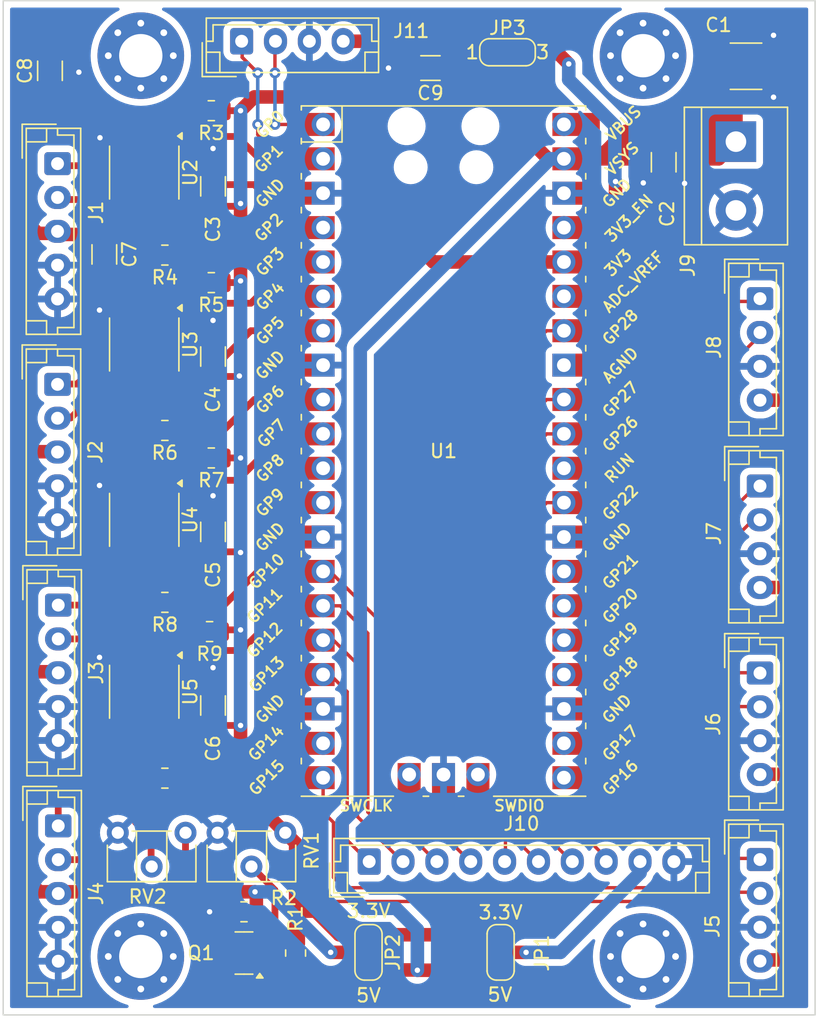
<source format=kicad_pcb>
(kicad_pcb (version 20240108) (generator "pcbnew") (generator_version "8.0")
  (title_block (date "2024-07-17") (rev "2.0") (comment 4 "AISLER Project ID: QESNFZWW"))
  (layers (0 "F.Cu" signal) (31 "B.Cu" signal) (34 "B.Paste" user) (35 "F.Paste" user) (36 "B.SilkS" user "B.Silkscreen") (37 "F.SilkS" user "F.Silkscreen") (38 "B.Mask" user) (39 "F.Mask" user) (44 "Edge.Cuts" user))
  (net 0 "")
  (net 1 "GND")
  (net 2 "Net-(J9-VCC)")
  (net 3 "Net-(J1-CLK)")
  (net 4 "Net-(Q1-C)")
  (net 5 "Net-(Q1-B)")
  (net 6 "Net-(U1-GPIO2)")
  (net 7 "Net-(U1-GPIO3)")
  (net 8 "Net-(U1-GPIO4)")
  (net 9 "Net-(U1-GPIO5)")
  (net 10 "Net-(U1-GPIO6)")
  (net 11 "Net-(U1-GPIO7)")
  (net 12 "Net-(U2A--)")
  (net 13 "Net-(J1-SDA)")
  (net 21 "Net-(U1-GPIO8)")
  (net 22 "Net-(U1-GPIO9)")
  (net 23 "Net-(J2-CLK)")
  (net 24 "Net-(J2-SDA)")
  (net 25 "Net-(J3-CLK)")
  (net 26 "Net-(J3-SDA)")
  (net 27 "Net-(J4-CLK)")
  (net 28 "Net-(J4-SDA)")
  (net 29 "Net-(J5-CLK)")
  (net 30 "Net-(J5-DIO)")
  (net 31 "Net-(J6-CLK)")
  (net 32 "Net-(J6-DIO)")
  (net 33 "Net-(J7-CLK)")
  (net 34 "Net-(J7-DIO)")
  (net 35 "Net-(J8-CLK)")
  (net 36 "Net-(J8-DIO)")
  (net 37 "Net-(J11-VCC)")
  (net 38 "Net-(J1-VSS)")
  (net 39 "Net-(J10-GPIO11)")
  (net 40 "Net-(J10-GPIO26)")
  (net 41 "Net-(J10-GPIO28)")
  (net 42 "Net-(J10-GPIO27)")
  (net 43 "Net-(J10-GPIO12)")
  (net 44 "Net-(J10-GPIO10)")
  (net 45 "Net-(J10-GPIO22)")
  (net 46 "Net-(J10-GPIO13)")
  (net 47 "Net-(J10-VSS)")
  (net 48 "Net-(J11-RX)")
  (net 49 "Net-(J11-TX)")
  (net 50 "Net-(JP1-A)")
  (footprint "Resistor_SMD:R_0805_2012Metric" (layer "F.Cu") (at 113.538 93.345 180)
    (property "Reference" "R6")
    (property "Value" "12k")
  )
  (footprint "Connector_JST:JST_EH_B5B-EH-A_1x05_P2.50mm_Vertical" (layer "F.Cu") (at 105.6132 73.6346 -90)
    (property "Reference" "J1")
    (property "Value" "Sensor1")
  )
  (footprint "Capacitor_SMD:C_1206_3216Metric" (layer "F.Cu") (at 117.094 113.665 90)
    (property "Reference" "C6")
    (property "Value" "100n")
  )
  (footprint "Connector_JST:JST_EH_B4B-EH-A_1x04_P2.50mm_Vertical" (layer "F.Cu") (at 157.48 83.6098 -90)
    (property "Reference" "J8")
    (property "Value" "Disp4")
  )
  (footprint "Resistor_SMD:R_0805_2012Metric" (layer "F.Cu") (at 116.967 69.723 180)
    (property "Reference" "R3")
    (property "Value" "12k")
  )
  (footprint "Connector_JST:JST_EH_B4B-EH-A_1x04_P2.50mm_Vertical" (layer "F.Cu") (at 157.48 125.0442 -90)
    (property "Reference" "J5")
    (property "Value" "Disp1")
  )
  (footprint "Resistor_SMD:R_0805_2012Metric" (layer "F.Cu") (at 116.967 95.377 180)
    (property "Reference" "R7")
    (property "Value" "12k")
  )
  (footprint "Capacitor_SMD:C_1206_3216Metric_Pad1.33x1.80mm_HandSolder" (layer "F.Cu") (at 133.1468 66.5734 180)
    (property "Reference" "C9")
    (property "Value" "10u" (hide yes))
  )
  (footprint "Jumper:SolderJumper-3_P1.3mm_Open_RoundedPad1.0x1.5mm_NumberLabels" (layer "F.Cu") (at 138.8364 65.405)
    (property "Reference" "JP3")
    (property "Value" "Port Power")
  )
  (footprint "Capacitor_SMD:C_1206_3216Metric" (layer "F.Cu") (at 117.094 100.838 90)
    (property "Reference" "C5")
    (property "Value" "100n")
  )
  (footprint "Connector_JST:JST_EH_B4B-EH-A_1x04_P2.50mm_Vertical" (layer "F.Cu") (at 157.48 97.449 -90)
    (property "Reference" "J7")
    (property "Value" "Disp3")
  )
  (footprint "Package_TO_SOT_SMD:SOT-23" (layer "F.Cu") (at 119.38 131.953 180)
    (property "Reference" "Q1")
    (property "Value" "BC847")
  )
  (footprint "Resistor_SMD:R_0805_2012Metric" (layer "F.Cu") (at 113.538 106.045 180)
    (property "Reference" "R8")
    (property "Value" "12k")
  )
  (footprint "Capacitor_SMD:C_1812_4532Metric" (layer "F.Cu") (at 156.446 66.439)
    (property "Reference" "C1")
    (property "Value" "22u")
  )
  (footprint "Resistor_SMD:R_0805_2012Metric" (layer "F.Cu") (at 113.538 119.034 180)
    (property "Reference" "R10" (hide yes))
    (property "Value" "12k")
  )
  (footprint "MountingHole:MountingHole_3.2mm_M3_Pad_Via" (layer "F.Cu") (at 148.844 65.659)
    (property "Reference" "REF**" (hide yes))
    (property "Value" "MountingHole_3.2mm_M3_Pad_Via" (hide yes))
  )
  (footprint "Connector_JST:JST_EH_B5B-EH-A_1x05_P2.50mm_Vertical" (layer "F.Cu") (at 105.6132 89.9414 -90)
    (property "Reference" "J2")
    (property "Value" "Sensor2")
  )
  (footprint "Package_SO:SO-8_3.9x4.9mm_P1.27mm" (layer "F.Cu") (at 112.014 99.949 -90)
    (property "Reference" "U4")
    (property "Value" "LM393")
  )
  (footprint "Resistor_SMD:R_0805_2012Metric" (layer "F.Cu") (at 116.84 108.204 180)
    (property "Reference" "R9")
    (property "Value" "12k")
  )
  (footprint "Potentiometer_THT:Potentiometer_ACP_CA6-H2,5_Horizontal" (layer "F.Cu") (at 115.062 123.063 -90)
    (property "Reference" "RV2")
    (property "Value" "10k")
  )
  (footprint "Resistor_SMD:R_0805_2012Metric" (layer "F.Cu") (at 113.538 80.391 180)
    (property "Reference" "R4")
    (property "Value" "12k")
  )
  (footprint "Connector_JST:JST_EH_B4B-EH-A_1x04_P2.50mm_Vertical" (layer "F.Cu") (at 119.206 64.5922)
    (property "Reference" "J11")
    (property "Value" "Ser 1")
  )
  (footprint "Jumper:SolderJumper-3_P1.3mm_Open_RoundedPad1.0x1.5mm_NumberLabels" (layer "F.Cu") (at 128.5748 131.9022 -90)
    (property "Reference" "JP2")
    (property "Value" "Sensor Power")
  )
  (footprint "Capacitor_SMD:C_1206_3216Metric" (layer "F.Cu") (at 150.368 73.533 -90)
    (property "Reference" "C2")
    (property "Value" "100n")
  )
  (footprint "Package_SO:SO-8_3.9x4.9mm_P1.27mm" (layer "F.Cu") (at 112.014 112.649 -90)
    (property "Reference" "U5")
    (property "Value" "LM393")
  )
  (footprint "TerminalBlock:TerminalBlock_bornier-2_P5.08mm" (layer "F.Cu") (at 155.702 72.009 -90)
    (property "Reference" "J9")
    (property "Value" "Power 5V")
  )
  (footprint "Capacitor_SMD:C_1206_3216Metric" (layer "F.Cu") (at 109.0676 80.3402 -90)
    (property "Reference" "C7")
    (property "Value" "100n" (hide yes))
  )
  (footprint "Package_SO:SO-8_3.9x4.9mm_P1.27mm" (layer "F.Cu") (at 112.014 74.295 -90)
    (property "Reference" "U2")
    (property "Value" "LM393")
  )
  (footprint "MountingHole:MountingHole_3.2mm_M3_Pad_Via" (layer "F.Cu") (at 111.76 132.207)
    (property "Reference" "REF**" (hide yes))
    (property "Value" "MountingHole_3.2mm_M3_Pad_Via" (hide yes))
  )
  (footprint "Resistor_SMD:R_0805_2012Metric" (layer "F.Cu") (at 116.967 82.423 180)
    (property "Reference" "R5")
    (property "Value" "12k")
  )
  (footprint "Connector_JST:JST_EH_B5B-EH-A_1x05_P2.50mm_Vertical" (layer "F.Cu") (at 105.664 106.2482 -90)
    (property "Reference" "J3")
    (property "Value" "Sensor3")
  )
  (footprint "Capacitor_SMD:C_1206_3216Metric" (layer "F.Cu") (at 117.094 75.311 90)
    (property "Reference" "C3")
    (property "Value" "100n")
  )
  (footprint "Resistor_SMD:R_0805_2012Metric" (layer "F.Cu") (at 123.19 131.953 90)
    (property "Reference" "R1")
    (property "Value" "100")
  )
  (footprint "Connector_JST:JST_EH_B5B-EH-A_1x05_P2.50mm_Vertical" (layer "F.Cu") (at 105.664 122.555 -90)
    (property "Reference" "J4")
    (property "Value" "Sensor4")
  )
  (footprint "Potentiometer_THT:Potentiometer_ACP_CA6-H2,5_Horizontal" (layer "F.Cu") (at 122.428 123.063 -90)
    (property "Reference" "RV1")
    (property "Value" "10k")
  )
  (footprint "Capacitor_SMD:C_1206_3216Metric_Pad1.33x1.80mm_HandSolder" (layer "F.Cu") (at 105.0544 66.7766 90)
    (property "Reference" "C8")
    (property "Value" "10u")
  )
  (footprint "Package_SO:SO-8_3.9x4.9mm_P1.27mm" (layer "F.Cu") (at 112.014 86.995 -90)
    (property "Reference" "U3")
    (property "Value" "LM393")
  )
  (footprint "MountingHole:MountingHole_3.2mm_M3_Pad_Via" (layer "F.Cu") (at 111.76 65.659)
    (property "Reference" "REF**" (hide yes))
    (property "Value" "MountingHole_3.2mm_M3_Pad_Via" (hide yes))
  )
  (footprint "Connector_JST:JST_EH_B4B-EH-A_1x04_P2.50mm_Vertical" (layer "F.Cu") (at 157.48 111.2666 -90)
    (property "Reference" "J6")
    (property "Value" "Disp2")
  )
  (footprint "MountingHole:MountingHole_3.2mm_M3_Pad_Via" (layer "F.Cu") (at 148.844 132.207)
    (property "Reference" "REF**" (hide yes))
    (property "Value" "MountingHole_3.2mm_M3_Pad_Via" (hide yes))
  )
  (footprint "Capacitor_SMD:C_1206_3216Metric" (layer "F.Cu") (at 117.094 87.884 90)
    (property "Reference" "C4")
    (property "Value" "100n")
  )
  (footprint "Connector_JST:JST_EH_B10B-EH-A_1x10_P2.50mm_Vertical" (layer "F.Cu") (at 128.6224 125.1966)
    (property "Reference" "J10")
    (property "Value" "I/O")
  )
  (footprint "Jumper:SolderJumper-3_P1.3mm_Open_RoundedPad1.0x1.5mm_NumberLabels" (layer "F.Cu") (at 138.3284 131.9022 -90)
    (property "Reference" "JP1")
    (property "Value" "I/O Power")
  )
  (footprint "Raspberry_Pico:RPi_Pico_SMD_TH" (layer "F.Cu") (at 134.112 94.869)
    (property "Reference" "U1")
    (property "Value" "RB Pico")
  )
  (footprint "Resistor_SMD:R_0805_2012Metric" (layer "F.Cu") (at 119.38 128.905 180)
    (property "Reference" "R2")
    (property "Value" "10k")
  )
  (gr_rect (start 101.6 61.595) (end 161.544 136.525) (stroke (width 0.1)) (fill none) (layer "Edge.Cuts"))
  (segment (start 158.496 68.707) (end 158.478 68.725) (width 0.5) (layer "F.Cu") (net 1))
  (segment (start 108.747 110.074) (end 108.712 110.109) (width 0.5) (layer "F.Cu") (net 1))
  (segment (start 158.478 66.421) (end 158.496 66.439) (width 0.5) (layer "F.Cu") (net 1))
  (segment (start 151.873625 75.057) (end 151.910375 75.09375) (width 0.5) (layer "F.Cu") (net 1))
  (segment (start 118.4675 128.905) (end 116.84 128.905) (width 0.5) (layer "F.Cu") (net 1))
  (segment (start 108.747 97.374) (end 108.712 97.409) (width 0.5) (layer "F.Cu") (net 1))
  (segment (start 117.094 112.19) (end 117.094 110.871) (width 0.5) (layer "F.Cu") (net 1))
  (segment (start 117.094 86.409) (end 117.094 85.217) (width 0.5) (layer "F.Cu") (net 1))
  (segment (start 158.496 66.439) (end 158.496 68.707) (width 0.5) (layer "F.Cu") (net 1))
  (segment (start 110.109 84.42) (end 108.747 84.42) (width 0.5) (layer "F.Cu") (net 1))
  (segment (start 117.094 99.363) (end 117.094 98.171) (width 0.5) (layer "F.Cu") (net 1))
  (segment (start 158.478 64.153) (end 158.478 66.421) (width 0.5) (layer "F.Cu") (net 1))
  (segment (start 106.4383 65.2141) (end 105.0544 65.2141) (width 1) (layer "F.Cu") (net 1))
  (segment (start 107.188 65.9638) (end 106.4383 65.2141) (width 1) (layer "F.Cu") (net 1))
  (segment (start 109.0676 81.8152) (end 109.0676 84.0994) (width 1) (layer "F.Cu") (net 1))
  (segment (start 150.386375 75.057) (end 148.862375 75.057) (width 0.5) (layer "F.Cu") (net 1))
  (segment (start 107.188 66.8782) (end 107.188 65.9638) (width 1) (layer "F.Cu") (net 1))
  (segment (start 110.109 97.374) (end 108.747 97.374) (width 0.5) (layer "F.Cu") (net 1))
  (segment (start 150.386375 75.057) (end 151.873625 75.057) (width 0.5) (layer "F.Cu") (net 1))
  (segment (start 117.094 73.836) (end 117.094 72.517) (width 0.5) (layer "F.Cu") (net 1))
  (segment (start 109.0676 84.0994) (end 108.712 84.455) (width 1) (layer "F.Cu") (net 1))
  (segment (start 108.747 71.72) (end 110.109 71.72) (width 0.5) (layer "F.Cu") (net 1))
  (segment (start 108.747 84.42) (end 108.712 84.455) (width 0.5) (layer "F.Cu") (net 1))
  (segment (start 131.5843 66.5734) (end 130.048 66.5734) (width 1) (layer "F.Cu") (net 1))
  (segment (start 110.109 110.074) (end 108.747 110.074) (width 0.5) (layer "F.Cu") (net 1))
  (via (at 117.094 72.517) (size 0.8) (drill 0.4) (layers "F.Cu" "B.Cu") (net 1))
  (via (at 158.478 68.725) (size 0.8) (drill 0.4) (layers "F.Cu" "B.Cu") (net 1))
  (via (at 158.478 64.153) (size 0.8) (drill 0.4) (layers "F.Cu" "B.Cu") (net 1))
  (via (at 107.188 66.8782) (size 0.8) (drill 0.4) (layers "F.Cu" "B.Cu") (net 1))
  (via (at 117.094 110.871) (size 0.8) (drill 0.4) (layers "F.Cu" "B.Cu") (net 1))
  (via (at 117.094 98.171) (size 0.8) (drill 0.4) (layers "F.Cu" "B.Cu") (net 1))
  (via (at 116.84 128.905) (size 0.8) (drill 0.4) (layers "F.Cu" "B.Cu") (net 1))
  (via (at 148.862375 75.057) (size 0.8) (drill 0.4) (layers "F.Cu" "B.Cu") (net 1))
  (via (at 108.747 71.72) (size 0.8) (drill 0.4) (layers "F.Cu" "B.Cu") (net 1))
  (via (at 151.910375 75.09375) (size 0.8) (drill 0.4) (layers "F.Cu" "B.Cu") (net 1))
  (via (at 130.048 66.5734) (size 0.8) (drill 0.4) (layers "F.Cu" "B.Cu") (net 1))
  (via (at 117.094 85.217) (size 0.8) (drill 0.4) (layers "F.Cu" "B.Cu") (net 1))
  (via (at 108.712 97.409) (size 0.8) (drill 0.4) (layers "F.Cu" "B.Cu") (net 1))
  (via (at 108.712 84.455) (size 0.8) (drill 0.4) (layers "F.Cu" "B.Cu") (net 1))
  (via (at 108.712 110.109) (size 0.8) (drill 0.4) (layers "F.Cu" "B.Cu") (net 1))
  (segment (start 155.702 68.453) (end 152.908 71.247) (width 1) (layer "F.Cu") (net 2))
  (segment (start 155.702 68.453) (end 155.702 67.745) (width 1) (layer "F.Cu") (net 2))
  (segment (start 155.702 67.745) (end 155.167 67.21) (width 1) (layer "F.Cu") (net 2))
  (segment (start 155.702 69.723) (end 155.702 68.453) (width 1) (layer "F.Cu") (net 2))
  (segment (start 138.3076 133.223) (end 138.3284 133.2022) (width 1) (layer "F.Cu") (net 2))
  (segment (start 147.574 71.247) (end 146.763 72.058) (width 1) (layer "F.Cu") (net 2))
  (segment (start 155.067 72.644) (end 155.702 72.009) (width 1) (layer "F.Cu") (net 2))
  (segment (start 155.167 67.972) (end 151.892 71.247) (width 1) (layer "F.Cu") (net 2))
  (segment (start 155.194 72.009) (end 154.432 71.247) (width 1) (layer "F.Cu") (net 2))
  (segment (start 155.702 72.009) (end 150.417 72.009) (width 1) (layer "F.Cu") (net 2))
  (segment (start 143.002 73.279) (end 145.542 73.279) (width 1) (layer "F.Cu") (net 2))
  (segment (start 146.763 72.058) (end 146.558 72.263) (width 1) (layer "F.Cu") (net 2))
  (segment (start 128.5748 133.2022) (end 132.1608 133.2022) (width 1) (layer "F.Cu") (net 2))
  (segment (start 155.702 69.723) (end 155.448 69.723) (width 1) (layer "F.Cu") (net 2))
  (segment (start 132.1608 133.2022) (end 132.1816 133.223) (width 1) (layer "F.Cu") (net 2))
  (segment (start 154.432 73.279) (end 155.702 72.009) (width 1) (layer "F.Cu") (net 2))
  (segment (start 143.002 73.279) (end 141.8336 73.279) (width 1) (layer "F.Cu") (net 2))
  (segment (start 152.908 71.247) (end 151.892 71.247) (width 1) (layer "F.Cu") (net 2))
  (segment (start 141.8336 73.279) (end 140.1064 71.5518) (width 1) (layer "F.Cu") (net 2))
  (segment (start 150.368 72.058) (end 150.368 72.009) (width 1) (layer "F.Cu") (net 2))
  (segment (start 155.448 69.723) (end 153.924 71.247) (width 1) (layer "F.Cu") (net 2))
  (segment (start 155.702 72.009) (end 155.702 69.723) (width 1) (layer "F.Cu") (net 2))
  (segment (start 140.1364 71.5218) (end 140.1364 65.405) (width 1) (layer "F.Cu") (net 2))
  (segment (start 150.368 72.058) (end 146.763 72.058) (width 1) (layer "F.Cu") (net 2))
  (segment (start 155.167 67.21) (end 154.396 66.439) (width 1) (layer "F.Cu") (net 2))
  (segment (start 151.892 71.247) (end 150.622 71.247) (width 1) (layer "F.Cu") (net 2))
  (segment (start 146.177 72.644) (end 146.558 72.263) (width 1) (layer "F.Cu") (net 2))
  (segment (start 146.177 72.644) (end 155.067 72.644) (width 1) (layer "F.Cu") (net 2))
  (segment (start 155.167 67.21) (end 155.167 67.972) (width 1) (layer "F.Cu") (net 2))
  (segment (start 154.396 67.473) (end 150.622 71.247) (width 1) (layer "F.Cu") (net 2))
  (segment (start 140.1064 71.5518) (end 140.1364 71.5218) (width 1) (layer "F.Cu") (net 2))
  (segment (start 145.542 73.279) (end 146.177 72.644) (width 1) (layer "F.Cu") (net 2))
  (segment (start 154.432 71.247) (end 153.924 71.247) (width 1) (layer "F.Cu") (net 2))
  (segment (start 150.622 71.247) (end 148.082 71.247) (width 1) (layer "F.Cu") (net 2))
  (segment (start 132.1816 133.223) (end 138.3076 133.223) (width 1) (layer "F.Cu") (net 2))
  (segment (start 155.702 72.009) (end 155.194 72.009) (width 1) (layer "F.Cu") (net 2))
  (segment (start 148.082 71.247) (end 147.574 71.247) (width 1) (layer "F.Cu") (net 2))
  (segment (start 154.396 66.439) (end 154.396 67.473) (width 1) (layer "F.Cu") (net 2))
  (segment (start 153.924 71.247) (end 152.908 71.247) (width 1) (layer "F.Cu") (net 2))
  (segment (start 150.417 72.009) (end 150.368 72.058) (width 1) (layer "F.Cu") (net 2))
  (segment (start 143.002 73.279) (end 154.432 73.279) (width 1) (layer "F.Cu") (net 2))
  (via (at 132.1816 133.223) (size 0.8) (drill 0.4) (layers "F.Cu" "B.Cu") (net 2))
  (segment (start 127.9652 120.9294) (end 127.9652 87.2998) (width 1) (layer "B.Cu") (net 2))
  (segment (start 126.619 127.0508) (end 126.619 122.2756) (width 1) (layer "B.Cu") (net 2))
  (segment (start 126.619 122.2756) (end 127.9652 120.9294) (width 1) (layer "B.Cu") (net 2))
  (segment (start 141.986 73.279) (end 143.002 73.279) (width 1) (layer "B.Cu") (net 2))
  (segment (start 127.9652 87.2998) (end 141.986 73.279) (width 1) (layer "B.Cu") (net 2))
  (segment (start 128.2192 128.651) (end 126.619 127.0508) (width 1) (layer "B.Cu") (net 2))
  (segment (start 128.2192 128.651) (end 130.6068 128.651) (width 1) (layer "B.Cu") (net 2))
  (segment (start 130.6068 128.651) (end 132.1816 130.2258) (width 1) (layer "B.Cu") (net 2))
  (segment (start 132.1816 130.2258) (end 132.1816 133.223) (width 1) (layer "B.Cu") (net 2))
  (segment (start 111.379 73.152) (end 111.379 71.72) (width 0.5) (layer "F.Cu") (net 3))
  (segment (start 110.744 73.787) (end 111.379 73.152) (width 0.5) (layer "F.Cu") (net 3))
  (segment (start 105.664 73.787) (end 110.744 73.787) (width 0.5) (layer "F.Cu") (net 3))
  (segment (start 123.19 132.8655) (end 123.19 133.223) (width 0.5) (layer "F.Cu") (net 4))
  (segment (start 123.19 133.223) (end 122.428 133.985) (width 0.5) (layer "F.Cu") (net 4))
  (segment (start 122.428 133.985) (end 119.38 133.985) (width 0.5) (layer "F.Cu") (net 4))
  (segment (start 119.38 133.985) (end 118.4425 133.0475) (width 0.5) (layer "F.Cu") (net 4))
  (segment (start 118.4425 133.0475) (end 118.4425 131.953) (width 0.5) (layer "F.Cu") (net 4))
  (segment (start 121.666 127.889) (end 121.666 127.301) (width 0.5) (layer "F.Cu") (net 5))
  (segment (start 121.666 127.301) (end 119.928 125.563) (width 0.5) (layer "F.Cu") (net 5))
  (segment (start 121.666 127.889) (end 121.666 132.207) (width 0.5) (layer "F.Cu") (net 5))
  (segment (start 121.666 132.207) (end 120.97 132.903) (width 0.5) (layer "F.Cu") (net 5))
  (segment (start 120.97 132.903) (end 120.3175 132.903) (width 0.5) (layer "F.Cu") (net 5))
  (segment (start 115.535 70.104) (end 116.332 70.104) (width 0.5) (layer "F.Cu") (net 6))
  (segment (start 117.602 71.628) (end 116.0545 70.0805) (width 0.5) (layer "F.Cu") (net 6))
  (segment (start 121.666 77.47) (end 121.666 74.422) (width 0.5) (layer "F.Cu") (net 6))
  (segment (start 122.555 78.359) (end 121.666 77.47) (width 0.5) (layer "F.Cu") (net 6))
  (segment (start 113.919 71.72) (end 115.535 70.104) (width 0.5) (layer "F.Cu") (net 6))
  (segment (start 116.0545 70.0805) (end 116.0545 69.723) (width 0.5) (layer "F.Cu") (net 6))
  (segment (start 118.872 71.628) (end 117.602 71.628) (width 0.5) (layer "F.Cu") (net 6))
  (segment (start 121.666 74.422) (end 118.872 71.628) (width 0.5) (layer "F.Cu") (net 6))
  (segment (start 125.222 78.359) (end 122.555 78.359) (width 0.5) (layer "F.Cu") (net 6))
  (segment (start 112.649 80.3675) (end 112.6255 80.391) (width 0.5) (layer "F.Cu") (net 7))
  (segment (start 120.142 75.184) (end 120.65 75.692) (width 0.5) (layer "F.Cu") (net 7))
  (segment (start 112.649 75.692) (end 113.157 75.184) (width 0.5) (layer "F.Cu") (net 7))
  (segment (start 113.157 75.184) (end 120.142 75.184) (width 0.5) (layer "F.Cu") (net 7))
  (segment (start 120.65 79.248) (end 122.301 80.899) (width 0.5) (layer "F.Cu") (net 7))
  (segment (start 112.649 76.87) (end 112.649 75.692) (width 0.5) (layer "F.Cu") (net 7))
  (segment (start 112.649 76.87) (end 112.649 80.3675) (width 0.5) (layer "F.Cu") (net 7))
  (segment (start 122.301 80.899) (end 125.222 80.899) (width 0.5) (layer "F.Cu") (net 7))
  (segment (start 120.65 75.692) (end 120.65 79.248) (width 0.5) (layer "F.Cu") (net 7))
  (segment (start 116.0545 82.423) (end 115.916 82.423) (width 0.5) (layer "F.Cu") (net 8))
  (segment (start 119.888 83.947) (end 120.396 83.439) (width 0.5) (layer "F.Cu") (net 8))
  (segment (start 115.916 82.423) (end 113.919 84.42) (width 0.5) (layer "F.Cu") (net 8))
  (segment (start 120.396 83.439) (end 125.222 83.439) (width 0.5) (layer "F.Cu") (net 8))
  (segment (start 116.0545 82.423) (end 116.0545 82.9075) (width 0.5) (layer "F.Cu") (net 8))
  (segment (start 117.094 83.947) (end 119.888 83.947) (width 0.5) (layer "F.Cu") (net 8))
  (segment (start 116.0545 82.9075) (end 117.094 83.947) (width 0.5) (layer "F.Cu") (net 8))
  (segment (start 112.649 93.3215) (end 112.6255 93.345) (width 0.5) (layer "F.Cu") (net 9))
  (segment (start 113.157 87.884) (end 112.649 88.392) (width 0.5) (layer "F.Cu") (net 9))
  (segment (start 112.649 89.57) (end 112.649 93.3215) (width 0.5) (layer "F.Cu") (net 9))
  (segment (start 117.983 87.884) (end 113.157 87.884) (width 0.5) (layer "F.Cu") (net 9))
  (segment (start 119.888 85.979) (end 117.983 87.884) (width 0.5) (layer "F.Cu") (net 9))
  (segment (start 119.888 85.979) (end 125.222 85.979) (width 0.5) (layer "F.Cu") (net 9))
  (segment (start 112.649 88.392) (end 112.649 89.57) (width 0.5) (layer "F.Cu") (net 9))
  (segment (start 116.0545 95.377) (end 116.0545 95.1465) (width 0.5) (layer "F.Cu") (net 10))
  (segment (start 116.0545 95.1465) (end 120.142 91.059) (width 0.5) (layer "F.Cu") (net 10))
  (segment (start 120.142 91.059) (end 125.222 91.059) (width 0.5) (layer "F.Cu") (net 10))
  (segment (start 116.0545 95.377) (end 115.916 95.377) (width 0.5) (layer "F.Cu") (net 10))
  (segment (start 115.916 95.377) (end 113.919 97.374) (width 0.5) (layer "F.Cu") (net 10))
  (segment (start 118.9228 97.0026) (end 122.3264 93.599) (width 0.5) (layer "F.Cu") (net 11))
  (segment (start 112.649 100.838) (end 112.649 102.524) (width 0.5) (layer "F.Cu") (net 11))
  (segment (start 112.649 102.524) (end 112.649 106.0215) (width 0.5) (layer "F.Cu") (net 11))
  (segment (start 112.649 106.0215) (end 112.6255 106.045) (width 0.5) (layer "F.Cu") (net 11))
  (segment (start 122.3264 93.599) (end 125.222 93.599) (width 0.5) (layer "F.Cu") (net 11))
  (segment (start 118.9228 97.028) (end 118.9228 97.0026) (width 0.5) (layer "F.Cu") (net 11))
  (segment (start 118.9228 97.028) (end 116.459 97.028) (width 0.5) (layer "F.Cu") (net 11))
  (segment (start 116.459 97.028) (end 112.649 100.838) (width 0.5) (layer "F.Cu") (net 11))
  (segment (start 111.379 115.224) (end 111.379 113.03) (width 0.5) (layer "F.Cu") (net 12))
  (segment (start 111.379 102.524) (end 111.379 100.33) (width 0.5) (layer "F.Cu") (net 12))
  (segment (start 111.379 87.376) (end 112.649 86.106) (width 0.5) (layer "F.Cu") (net 12))
  (segment (start 111.379 89.57) (end 111.379 94.996) (width 0.5) (layer "F.Cu") (net 12))
  (segment (start 111.379 89.57) (end 111.379 87.376) (width 0.5) (layer "F.Cu") (net 12))
  (segment (start 111.379 107.696) (end 112.649 108.966) (width 0.5) (layer "F.Cu") (net 12))
  (segment (start 112.649 97.374) (end 112.649 96.266) (width 0.5) (layer "F.Cu") (net 12))
  (segment (start 112.649 108.966) (end 112.649 110.074) (width 0.5) (layer "F.Cu") (net 12))
  (segment (start 111.379 76.87) (end 111.379 82.042) (width 0.5) (layer "F.Cu") (net 12))
  (segment (start 111.379 82.042) (end 112.649 83.312) (width 0.5) (layer "F.Cu") (net 12))
  (segment (start 111.379 115.224) (end 111.379 122.301) (width 0.5) (layer "F.Cu") (net 12))
  (segment (start 112.522 125.563) (end 112.522 123.444) (width 0.5) (layer "F.Cu") (net 12))
  (segment (start 112.649 83.312) (end 112.649 84.42) (width 0.5) (layer "F.Cu") (net 12))
  (segment (start 112.649 73.152) (end 112.649 71.72) (width 0.5) (layer "F.Cu") (net 12))
  (segment (start 112.649 111.76) (end 112.649 110.074) (width 0.5) (layer "F.Cu") (net 12))
  (segment (start 111.379 100.33) (end 112.649 99.06) (width 0.5) (layer "F.Cu") (net 12))
  (segment (start 112.522 123.444) (end 111.379 122.301) (width 0.5) (layer "F.Cu") (net 12))
  (segment (start 111.379 74.422) (end 112.649 73.152) (width 0.5) (layer "F.Cu") (net 12))
  (segment (start 111.379 76.87) (end 111.379 74.422) (width 0.5) (layer "F.Cu") (net 12))
  (segment (start 112.649 99.06) (end 112.649 97.374) (width 0.5) (layer "F.Cu") (net 12))
  (segment (start 112.649 86.106) (end 112.649 84.42) (width 0.5) (layer "F.Cu") (net 12))
  (segment (start 112.649 96.266) (end 111.379 94.996) (width 0.5) (layer "F.Cu") (net 12))
  (segment (start 111.379 113.03) (end 112.649 111.76) (width 0.5) (layer "F.Cu") (net 12))
  (segment (start 111.379 102.524) (end 111.379 107.696) (width 0.5) (layer "F.Cu") (net 12))
  (segment (start 109.526 76.287) (end 110.109 76.87) (width 0.5) (layer "F.Cu") (net 13))
  (segment (start 105.664 76.287) (end 109.526 76.287) (width 0.5) (layer "F.Cu") (net 13))
  (segment (start 114.0575 110.074) (end 115.9275 108.204) (width 0.5) (layer "F.Cu") (net 21))
  (segment (start 122.301 96.139) (end 120.396 98.044) (width 0.5) (layer "F.Cu") (net 21))
  (segment (start 120.396 98.044) (end 120.396 103.759) (width 0.5) (layer "F.Cu") (net 21))
  (segment (start 125.222 96.139) (end 122.301 96.139) (width 0.5) (layer "F.Cu") (net 21))
  (segment (start 120.396 103.759) (end 115.951 108.204) (width 0.5) (layer "F.Cu") (net 21))
  (segment (start 115.951 108.204) (end 115.9275 108.204) (width 0.5) (layer "F.Cu") (net 21))
  (segment (start 113.919 110.074) (end 114.0575 110.074) (width 0.5) (layer "F.Cu") (net 21))
  (segment (start 112.649 113.538) (end 112.649 115.224) (width 0.5) (layer "F.Cu") (net 22))
  (segment (start 121.412 99.5934) (end 121.412 107.3658) (width 0.5) (layer "F.Cu") (net 22))
  (segment (start 112.649 115.224) (end 112.649 119.0105) (width 0.5) (layer "F.Cu") (net 22))
  (segment (start 122.3264 98.679) (end 121.412 99.5934) (width 0.5) (layer "F.Cu") (net 22))
  (segment (start 119.1768 109.601) (end 121.412 107.3658) (width 0.5) (layer "F.Cu") (net 22))
  (segment (start 112.649 119.0105) (end 112.6255 119.034) (width 0.5) (layer "F.Cu") (net 22))
  (segment (start 125.222 98.679) (end 122.3264 98.679) (width 0.5) (layer "F.Cu") (net 22))
  (segment (start 116.586 109.601) (end 112.649 113.538) (width 0.5) (layer "F.Cu") (net 22))
  (segment (start 119.1768 109.601) (end 116.586 109.601) (width 0.5) (layer "F.Cu") (net 22))
  (segment (start 111.379 85.598) (end 107.061 89.916) (width 0.5) (layer "F.Cu") (net 23))
  (segment (start 107.061 89.916) (end 105.664 89.916) (width 0.5) (layer "F.Cu") (net 23))
  (segment (start 111.379 84.42) (end 111.379 85.598) (width 0.5) (layer "F.Cu") (net 23))
  (segment (start 106.593 92.416) (end 105.664 92.416) (width 0.5) (layer "F.Cu") (net 24))
  (segment (start 109.439 89.57) (end 106.593 92.416) (width 0.5) (layer "F.Cu") (net 24))
  (segment (start 110.109 89.57) (end 109.439 89.57) (width 0.5) (layer "F.Cu") (net 24))
  (segment (start 111.379 98.806) (end 108.4072 101.7778) (width 0.5) (layer "F.Cu") (net 25))
  (segment (start 105.664 106.2482) (end 107.6452 106.2482) (width 0.5) (layer "F.Cu") (net 25))
  (segment (start 107.6452 106.2482) (end 108.4072 105.4862) (width 0.5) (layer "F.Cu") (net 25))
  (segment (start 108.4072 105.4862) (end 108.4072 101.7778) (width 0.5) (layer "F.Cu") (net 25))
  (segment (start 111.379 97.374) (end 111.379 98.806) (width 0.5) (layer "F.Cu") (net 25))
  (segment (start 110.109 105.9688) (end 110.109 102.524) (width 0.5) (layer "F.Cu") (net 26))
  (segment (start 107.3296 108.7482) (end 110.109 105.9688) (width 0.5) (layer "F.Cu") (net 26))
  (segment (start 105.664 108.7482) (end 107.3296 108.7482) (width 0.5) (layer "F.Cu") (net 26))
  (segment (start 108.458 117.1702) (end 105.664 119.9642) (width 0.5) (layer "F.Cu") (net 27))
  (segment (start 111.379 111.506) (end 108.585 114.3) (width 0.5) (layer "F.Cu") (net 27))
  (segment (start 108.585 114.3) (end 108.458 114.3) (width 0.5) (layer "F.Cu") (net 27))
  (segment (start 105.664 119.9642) (end 105.664 122.428) (width 0.5) (layer "F.Cu") (net 27))
  (segment (start 111.379 110.074) (end 111.379 111.506) (width 0.5) (layer "F.Cu") (net 27))
  (segment (start 108.458 114.3) (end 108.458 117.1702) (width 0.5) (layer "F.Cu") (net 27))
  (segment (start 110.109 117.1194) (end 110.109 115.224) (width 0.5) (layer "F.Cu") (net 28))
  (segment (start 108.0008 124.2822) (end 108.4199 123.8631) (width 0.5) (layer "F.Cu") (net 28))
  (segment (start 107.1772 125.055) (end 107.95 124.2822) (width 0.5) (layer "F.Cu") (net 28))
  (segment (start 108.4199 123.8631) (end 108.4199 118.8085) (width 0.5) (layer "F.Cu") (net 28))
  (segment (start 105.664 125.055) (end 107.1772 125.055) (width 0.5) (layer "F.Cu") (net 28))
  (segment (start 105.664 124.841) (end 105.664 124.928) (width 0.5) (layer "F.Cu") (net 28))
  (segment (start 108.4199 118.8085) (end 110.109 117.1194) (width 0.5) (layer "F.Cu") (net 28))
  (segment (start 107.95 124.2822) (end 108.0008 124.2822) (width 0.5) (layer "F.Cu") (net 28))
  (segment (start 125.984 122.301) (end 125.984 126.365) (width 0.25) (layer "F.Cu") (net 29))
  (segment (start 125.984 126.365) (end 126.746 127.127) (width 0.25) (layer "F.Cu") (net 29))
  (segment (start 125.222 121.539) (end 125.984 122.301) (width 0.25) (layer "F.Cu") (net 29))
  (segment (start 125.222 118.999) (end 125.222 121.539) (width 0.25) (layer "F.Cu") (net 29))
  (segment (start 151.384 127.127) (end 153.55 124.961) (width 0.25) (layer "F.Cu") (net 29))
  (segment (start 126.746 127.127) (end 151.384 127.127) (width 0.25) (layer "F.Cu") (net 29))
  (segment (start 153.55 124.961) (end 157.48 124.961) (width 0.25) (layer "F.Cu") (net 29))
  (segment (start 121.412 117.729) (end 121.412 119.761) (width 0.25) (layer "F.Cu") (net 30))
  (segment (start 152.654 128.143) (end 125.984 128.143) (width 0.25) (layer "F.Cu") (net 30))
  (segment (start 157.48 127.461) (end 153.336 127.461) (width 0.25) (layer "F.Cu") (net 30))
  (segment (start 121.412 119.761) (end 124.46 122.809) (width 0.25) (layer "F.Cu") (net 30))
  (segment (start 153.336 127.461) (end 152.654 128.143) (width 0.25) (layer "F.Cu") (net 30))
  (segment (start 124.46 122.809) (end 124.46 126.619) (width 0.25) (layer "F.Cu") (net 30))
  (segment (start 125.984 128.143) (end 124.46 126.619) (width 0.25) (layer "F.Cu") (net 30))
  (segment (start 125.222 116.459) (end 122.682 116.459) (width 0.25) (layer "F.Cu") (net 30))
  (segment (start 122.682 116.459) (end 121.412 117.729) (width 0.25) (layer "F.Cu") (net 30))
  (segment (start 143.002 116.459) (end 150.876 116.459) (width 0.25) (layer "F.Cu") (net 31))
  (segment (start 155.956 111.245) (end 157.48 111.245) (width 0.25) (layer "F.Cu") (net 31))
  (segment (start 150.876 116.459) (end 155.956 111.245) (width 0.25) (layer "F.Cu") (net 31))
  (segment (start 155.956 113.745) (end 157.48 113.745) (width 0.25) (layer "F.Cu") (net 32))
  (segment (start 150.876 118.999) (end 155.956 113.745) (width 0.25) (layer "F.Cu") (net 32))
  (segment (start 143.002 118.999) (end 150.876 118.999) (width 0.25) (layer "F.Cu") (net 32))
  (segment (start 157.106 97.529) (end 145.796 108.839) (width 0.25) (layer "F.Cu") (net 33))
  (segment (start 157.48 97.529) (end 157.106 97.529) (width 0.25) (layer "F.Cu") (net 33))
  (segment (start 145.796 108.839) (end 143.002 108.839) (width 0.25) (layer "F.Cu") (net 33))
  (segment (start 156.892 100.029) (end 157.48 100.029) (width 0.25) (layer "F.Cu") (net 34))
  (segment (start 143.002 111.379) (end 145.542 111.379) (width 0.25) (layer "F.Cu") (net 34))
  (segment (start 145.542 111.379) (end 156.892 100.029) (width 0.25) (layer "F.Cu") (net 34))
  (segment (start 146.05 103.759) (end 143.002 103.759) (width 0.25) (layer "F.Cu") (net 35))
  (segment (start 155.702 83.813) (end 153.416 86.099) (width 0.25) (layer "F.Cu") (net 35))
  (segment (start 153.416 96.393) (end 146.05 103.759) (width 0.25) (layer "F.Cu") (net 35))
  (segment (start 157.48 83.813) (end 155.702 83.813) (width 0.25) (layer "F.Cu") (net 35))
  (segment (start 153.416 86.099) (end 153.416 96.393) (width 0.25) (layer "F.Cu") (net 35))
  (segment (start 154.94 97.155) (end 154.94 88.853) (width 0.25) (layer "F.Cu") (net 36))
  (segment (start 143.002 106.299) (end 145.796 106.299) (width 0.25) (layer "F.Cu") (net 36))
  (segment (start 154.94 88.853) (end 157.48 86.313) (width 0.25) (layer "F.Cu") (net 36))
  (segment (start 145.796 106.299) (end 154.94 97.155) (width 0.25) (layer "F.Cu") (net 36))
  (segment (start 160.154 90.8558) (end 160.154 91.313) (width 1) (layer "F.Cu") (net 37))
  (segment (start 159.392 118.745) (end 160.154 119.507) (width 1) (layer "F.Cu") (net 37))
  (segment (start 159.004 91.1098) (end 159.1888 91.1098) (width 1) (layer "F.Cu") (net 37))
  (segment (start 160.154 91.313) (end 160.154 92.075) (width 1) (layer "F.Cu") (net 37))
  (segment (start 157.48 91.1098) (end 159.004 91.1098) (width 1) (layer "F.Cu") (net 37))
  (segment (start 150.0124 80.645) (end 148.2852 78.9178) (width 1) (layer "F.Cu") (net 37))
  (segment (start 158.9532 104.949) (end 160.074 104.949) (width 1) (layer "F.Cu") (net 37))
  (segment (start 160.154 118.745) (end 160.154 119.507) (width 1) (layer "F.Cu") (net 37))
  (segment (start 138.8364 65.405) (end 138.8364 63.5762) (width 1) (layer "F.Cu") (net 37))
  (segment (start 126.706 64.5922) (end 132.08 64.5922) (width 1) (layer "F.Cu") (net 37))
  (segment (start 160.154 105.791) (end 160.154 117.983) (width 1) (layer "F.Cu") (net 37))
  (segment (start 158.9532 104.949) (end 159.218 104.949) (width 1) (layer "F.Cu") (net 37))
  (segment (start 159.9 91.1098) (end 160.154 90.8558) (width 1) (layer "F.Cu") (net 37))
  (segment (start 160.154 92.075) (end 160.154 104.013) (width 1) (layer "F.Cu") (net 37))
  (segment (start 159.1888 91.1098) (end 160.154 92.075) (width 1) (layer "F.Cu") (net 37))
  (segment (start 157.48 104.949) (end 158.9532 104.949) (width 1) (layer "F.Cu") (net 37))
  (segment (start 159.218 104.949) (end 160.154 104.013) (width 1) (layer "F.Cu") (net 37))
  (segment (start 159.258 118.745) (end 160.154 118.745) (width 1) (layer "F.Cu") (net 37))
  (segment (start 146.812 77.4954) (end 146.812 74.9554) (width 1) (layer "F.Cu") (net 37))
  (segment (start 158.9532 104.949) (end 159.312 104.949) (width 1) (layer "F.Cu") (net 37))
  (segment (start 138.8364 63.5762) (end 133.096 63.5762) (width 1) (layer "F.Cu") (net 37))
  (segment (start 140.6652 63.5762) (end 143.3576 66.2686) (width 1) (layer "F.Cu") (net 37))
  (segment (start 138.8364 63.5762) (end 140.6652 63.5762) (width 1) (layer "F.Cu") (net 37))
  (segment (start 157.48 118.745) (end 159.258 118.745) (width 1) (layer "F.Cu") (net 37))
  (segment (start 160.154 90.297) (end 160.154 90.8558) (width 1) (layer "F.Cu") (net 37))
  (segment (start 158.6992 80.645) (end 150.0124 80.645) (width 1) (layer "F.Cu") (net 37))
  (segment (start 160.154 117.983) (end 160.154 118.745) (width 1) (layer "F.Cu") (net 37))
  (segment (start 148.2852 78.9178) (end 148.2344 78.9178) (width 1) (layer "F.Cu") (net 37))
  (segment (start 159.004 91.1098) (end 159.3412 91.1098) (width 1) (layer "F.Cu") (net 37))
  (segment (start 160.154 104.013) (end 160.154 105.029) (width 1) (layer "F.Cu") (net 37))
  (segment (start 160.154 119.507) (end 160.154 131.177) (width 1) (layer "F.Cu") (net 37))
  (segment (start 160.154 105.029) (end 160.154 105.791) (width 1) (layer "F.Cu") (net 37))
  (segment (start 159.258 118.745) (end 159.392 118.745) (width 1) (layer "F.Cu") (net 37))
  (segment (start 159.312 104.949) (end 160.154 105.791) (width 1) (layer "F.Cu") (net 37))
  (segment (start 160.154 82.0998) (end 158.6992 80.645) (width 1) (layer "F.Cu") (net 37))
  (segment (start 160.154 131.177) (end 158.87 132.461) (width 1) (layer "F.Cu") (net 37))
  (segment (start 159.3412 91.1098) (end 160.154 90.297) (width 1) (layer "F.Cu") (net 37))
  (segment (start 158.87 132.461) (end 157.48 132.461) (width 1) (layer "F.Cu") (net 37))
  (segment (start 133.096 63.5762) (end 132.08 64.5922) (width 1) (layer "F.Cu") (net 37))
  (segment (start 160.074 104.949) (end 160.154 105.029) (width 1) (layer "F.Cu") (net 37))
  (segment (start 148.2344 78.9178) (end 146.812 77.4954) (width 1) (layer "F.Cu") (net 37))
  (segment (start 159.392 118.745) (end 160.154 117.983) (width 1) (layer "F.Cu") (net 37))
  (segment (start 159.004 91.1098) (end 159.9 91.1098) (width 1) (layer "F.Cu") (net 37))
  (segment (start 160.154 90.297) (end 160.154 82.0998) (width 1) (layer "F.Cu") (net 37))
  (via (at 146.812 74.9554) (size 0.8) (drill 0.4) (layers "F.Cu" "B.Cu") (net 37))
  (via (at 143.3576 66.2686) (size 0.8) (drill 0.4) (layers "F.Cu" "B.Cu") (net 37))
  (segment (start 146.7612 74.9046) (end 146.812 74.9554) (width 1) (layer "B.Cu") (net 37))
  (segment (start 146.7612 70.8406) (end 146.7612 74.9046) (width 1) (layer "B.Cu") (net 37))
  (segment (start 143.3576 67.437) (end 143.3576 66.2686) (width 1) (layer "B.Cu") (net 37))
  (segment (start 146.7612 70.8406) (end 143.3576 67.437) (width 1) (layer "B.Cu") (net 37))
  (segment (start 103.632 94.916) (end 103.632 94.869) (width 1) (layer "F.Cu") (net 38))
  (segment (start 103.632 94.916) (end 105.664 94.916) (width 1) (layer "F.Cu") (net 38))
  (segment (start 103.632 94.916) (end 103.585 94.916) (width 1) (layer "F.Cu") (net 38))
  (segment (start 115.062 123.063) (end 115.062 127.428) (width 0.5) (layer "F.Cu") (net 38))
  (segment (start 103.632 94.869) (end 103.124 94.361) (width 1) (layer "F.Cu") (net 38))
  (segment (start 103.124 110.617) (end 103.124 110.998) (width 1) (layer "F.Cu") (net 38))
  (segment (start 103.124 94.742) (end 103.124 95.377) (width 1) (layer "F.Cu") (net 38))
  (segment (start 103.632 111.125) (end 103.124 110.617) (width 1) (layer "F.Cu") (net 38))
  (segment (start 104.093 78.7184) (end 103.124 77.7494) (width 1) (layer "F.Cu") (net 38))
  (segment (start 103.298 94.916) (end 103.632 94.916) (width 1) (layer "F.Cu") (net 38))
  (segment (start 103.632 111.172) (end 103.632 111.125) (width 0.5) (layer "F.Cu") (net 38))
  (segment (start 120.2925 127.5315) (end 120.1928 127.4318) (width 1) (layer "F.Cu") (net 38))
  (segment (start 103.585 111.172) (end 103.124 111.633) (width 1) (layer "F.Cu") (net 38))
  (segment (start 120.3175 128.93) (end 120.2925 128.905) (width 1) (layer "F.Cu") (net 38))
  (segment (start 103.124 77.7494) (end 103.124 70.757) (width 1) (layer "F.Cu") (net 38))
  (segment (start 105.664 78.787) (end 104.093 78.787) (width 1) (layer "F.Cu") (net 38))
  (segment (start 103.124 70.757) (end 105.0544 68.8266) (width 1) (layer "F.Cu") (net 38))
  (segment (start 103.124 79.756) (end 103.124 94.361) (width 1) (layer "F.Cu") (net 38))
  (segment (start 104.093 78.787) (end 103.124 79.756) (width 1) (layer "F.Cu") (net 38))
  (segment (start 103.124 95.377) (end 103.124 110.617) (width 1) (layer "F.Cu") (net 38))
  (segment (start 103.124 79.756) (end 103.124 77.7494) (width 1) (layer "F.Cu") (net 38))
  (segment (start 103.585 94.916) (end 103.124 95.377) (width 1) (layer "F.Cu") (net 38))
  (segment (start 105.8438 78.8652) (end 105.6132 78.6346) (width 1) (layer "F.Cu") (net 38))
  (segment (start 120.189 127.428) (end 120.1928 127.4318) (width 1) (layer "F.Cu") (net 38))
  (segment (start 104.267 127.428) (end 115.062 127.428) (width 1) (layer "F.Cu") (net 38))
  (segment (start 103.298 111.172) (end 103.124 110.998) (width 0.25) (layer "F.Cu") (net 38))
  (segment (start 109.0676 78.8652) (end 105.8438 78.8652) (width 1) (layer "F.Cu") (net 38))
  (segment (start 103.124 111.633) (end 103.124 110.998) (width 1) (layer "F.Cu") (net 38))
  (segment (start 103.632 111.172) (end 103.298 111.172) (width 1) (layer "F.Cu") (net 38))
  (segment (start 103.124 94.742) (end 103.298 94.916) (width 1) (layer "F.Cu") (net 38))
  (segment (start 115.062 127.428) (end 120.189 127.428) (width 1) (layer "F.Cu") (net 38))
  (segment (start 128.5748 131.9022) (end 125.7808 131.9022) (width 1) (layer "F.Cu") (net 38))
  (segment (start 103.632 111.172) (end 103.585 111.172) (width 0.5) (layer "F.Cu") (net 38))
  (segment (start 105.664 111.172) (end 103.632 111.172) (width 1) (layer "F.Cu") (net 38))
  (segment (start 120.3175 131.003) (end 120.3175 128.93) (width 1) (layer "F.Cu") (net 38))
  (segment (start 104.093 78.787) (end 104.093 78.7184) (width 1) (layer "F.Cu") (net 38))
  (segment (start 103.124 94.361) (end 103.124 94.742) (width 1) (layer "F.Cu") (net 38))
  (segment (start 103.124 111.633) (end 103.124 126.285) (width 1) (layer "F.Cu") (net 38))
  (segment (start 120.2925 128.905) (end 120.2925 127.5315) (width 1) (layer "F.Cu") (net 38))
  (segment (start 103.124 126.285) (end 104.267 127.428) (width 1) (layer "F.Cu") (net 38))
  (via (at 120.1928 127.4318) (size 0.8) (drill 0.4) (layers "F.Cu" "B.Cu") (net 38))
  (via (at 125.7808 131.9022) (size 0.8) (drill 0.4) (layers "F.Cu" "B.Cu") (net 38))
  (segment (start 121.3104 127.4318) (end 125.7808 131.9022) (width 1) (layer "B.Cu") (net 38))
  (segment (start 120.1928 127.4318) (end 121.3104 127.4318) (width 1) (layer "B.Cu") (net 38))
  (segment (start 130.43 123.445) (end 128.524 121.539) (width 0.25) (layer "F.Cu") (net 39))
  (segment (start 131.826 123.445) (end 130.43 123.445) (width 0.25) (layer "F.Cu") (net 39))
  (segment (start 133.684 125.303) (end 131.826 123.445) (width 0.25) (layer "F.Cu") (net 39))
  (segment (start 126.492 106.299) (end 125.222 106.299) (width 0.25) (layer "F.Cu") (net 39))
  (segment (start 128.524 121.539) (end 128.524 108.331) (width 0.25) (layer "F.Cu") (net 39))
  (segment (start 128.524 108.331) (end 126.492 106.299) (width 0.25) (layer "F.Cu") (net 39))
  (segment (start 140.208 95.123) (end 140.208 121.827) (width 0.25) (layer "F.Cu") (net 40))
  (segment (start 141.732 93.599) (end 143.002 93.599) (width 0.25) (layer "F.Cu") (net 40))
  (segment (start 140.208 121.827) (end 143.684 125.303) (width 0.25) (layer "F.Cu") (net 40))
  (segment (start 141.732 93.599) (end 140.208 95.123) (width 0.25) (layer "F.Cu") (net 40))
  (segment (start 138.684 88.519) (end 138.684 125.303) (width 0.25) (layer "F.Cu") (net 41))
  (segment (start 141.732 85.979) (end 138.684 88.519) (width 0.25) (layer "F.Cu") (net 41))
  (segment (start 143.002 85.979) (end 141.732 85.979) (width 0.25) (layer "F.Cu") (net 41))
  (segment (start 141.732 91.059) (end 143.002 91.059) (width 0.25) (layer "F.Cu") (net 42))
  (segment (start 139.446 123.565) (end 141.184 125.303) (width 0.25) (layer "F.Cu") (net 42))
  (segment (start 141.732 91.059) (end 139.446 93.345) (width 0.25) (layer "F.Cu") (net 42))
  (segment (start 139.446 93.345) (end 139.446 123.565) (width 0.25) (layer "F.Cu") (net 42))
  (segment (start 127.762 110.617) (end 127.762 121.881) (width 0.25) (layer "F.Cu") (net 43))
  (segment (start 125.222 108.839) (end 125.984 108.839) (width 0.25) (layer "F.Cu") (net 43))
  (segment (start 125.984 108.839) (end 127.762 110.617) (width 0.25) (layer "F.Cu") (net 43))
  (segment (start 127.762 121.881) (end 131.184 125.303) (width 0.25) (layer "F.Cu") (net 43))
  (segment (start 125.222 103.759) (end 125.73 103.759) (width 0.25) (layer "F.Cu") (net 44))
  (segment (start 129.286 107.315) (end 129.286 121.285) (width 0.25) (layer "F.Cu") (net 44))
  (segment (start 130.81 122.809) (end 133.69 122.809) (width 0.25) (layer "F.Cu") (net 44))
  (segment (start 129.286 121.285) (end 130.81 122.809) (width 0.25) (layer "F.Cu") (net 44))
  (segment (start 125.73 103.759) (end 129.286 107.315) (width 0.25) (layer "F.Cu") (net 44))
  (segment (start 133.69 122.809) (end 136.184 125.303) (width 0.25) (layer "F.Cu") (net 44))
  (segment (start 146.184 124.975) (end 146.184 125.303) (width 0.25) (layer "F.Cu") (net 45))
  (segment (start 143.002 98.679) (end 141.732 98.679) (width 0.25) (layer "F.Cu") (net 45))
  (segment (start 141.732 98.679) (end 140.97 99.441) (width 0.25) (layer "F.Cu") (net 45))
  (segment (start 140.97 99.441) (end 140.97 119.761) (width 0.25) (layer "F.Cu") (net 45))
  (segment (start 140.97 119.761) (end 146.184 124.975) (width 0.25) (layer "F.Cu") (net 45))
  (segment (start 125.222 111.379) (end 125.73 111.379) (width 0.25) (layer "F.Cu") (net 46))
  (segment (start 127 112.649) (end 127 123.619) (width 0.25) (layer "F.Cu") (net 46))
  (segment (start 127 123.619) (end 128.684 125.303) (width 0.25) (layer "F.Cu") (net 46))
  (segment (start 125.73 111.379) (end 127 112.649) (width 0.25) (layer "F.Cu") (net 46))
  (segment (start 138.3284 131.9022) (end 140.208 131.9022) (width 1) (layer "F.Cu") (net 47))
  (via (at 140.208 131.9022) (size 0.8) (drill 0.4) (layers "F.Cu" "B.Cu") (net 47))
  (segment (start 142.748 131.9022) (end 147.3708 127.2794) (width 1) (layer "B.Cu") (net 47))
  (segment (start 148.6224 125.215) (end 148.6224 125.1966) (width 0.5) (layer "B.Cu") (net 47))
  (segment (start 140.208 131.9022) (end 142.748 131.9022) (width 1) (layer "B.Cu") (net 47))
  (segment (start 148.6224 126.0278) (end 148.6224 125.1966) (width 1) (layer "B.Cu") (net 47))
  (segment (start 147.3708 127.2794) (end 148.6224 126.0278) (width 1) (layer "B.Cu") (net 47))
  (segment (start 121.666 70.739) (end 125.222 70.739) (width 0.25) (layer "F.Cu") (net 48))
  (segment (start 121.666 66.929) (end 121.666 64.723) (width 0.25) (layer "F.Cu") (net 48))
  (segment (start 121.666 64.723) (end 121.746 64.643) (width 0.25) (layer "F.Cu") (net 48))
  (via (at 121.666 66.929) (size 0.8) (drill 0.4) (layers "F.Cu" "B.Cu") (net 48))
  (via (at 121.666 70.739) (size 0.8) (drill 0.4) (layers "F.Cu" "B.Cu") (net 48))
  (segment (start 121.666 70.739) (end 121.666 66.675) (width 0.25) (layer "B.Cu") (net 48))
  (segment (start 121.666 66.929) (end 121.666 70.739) (width 0.25) (layer "B.Cu") (net 48))
  (segment (start 120.396 66.929) (end 119.246 65.779) (width 0.25) (layer "F.Cu") (net 49))
  (segment (start 122.174 73.279) (end 125.222 73.279) (width 0.25) (layer "F.Cu") (net 49))
  (segment (start 120.396 70.739) (end 120.396 71.501) (width 0.25) (layer "F.Cu") (net 49))
  (segment (start 120.142 66.675) (end 119.246 65.779) (width 0.25) (layer "F.Cu") (net 49))
  (segment (start 119.246 65.779) (end 119.246 64.643) (width 0.25) (layer "F.Cu") (net 49))
  (segment (start 120.396 71.501) (end 122.174 73.279) (width 0.25) (layer "F.Cu") (net 49))
  (segment (start 120.396 66.675) (end 120.142 66.675) (width 0.25) (layer "F.Cu") (net 49))
  (via (at 120.396 70.739) (size 0.8) (drill 0.4) (layers "F.Cu" "B.Cu") (net 49))
  (via (at 120.396 66.929) (size 0.8) (drill 0.4) (layers "F.Cu" "B.Cu") (net 49))
  (segment (start 120.396 70.739) (end 120.396 66.929) (width 0.25) (layer "B.Cu") (net 49))
  (segment (start 120.396 70.739) (end 120.396 66.675) (width 0.25) (layer "B.Cu") (net 49))
  (segment (start 118.999 82.423) (end 117.8795 82.423) (width 0.5) (layer "F.Cu") (net 50))
  (segment (start 137.5364 67.3146) (end 137.5364 65.405) (width 1) (layer "F.Cu") (net 50))
  (segment (start 113.919 89.57) (end 113.919 92.8135) (width 0.5) (layer "F.Cu") (net 50))
  (segment (start 113.919 102.524) (end 113.919 105.5135) (width 0.5) (layer "F.Cu") (net 50))
  (segment (start 134.7093 67.691) (end 134.7093 67.8557) (width 1) (layer "F.Cu") (net 50))
  (segment (start 123.19 123.825) (end 122.428 123.063) (width 1) (layer "F.Cu") (net 50))
  (segment (start 117.094 102.313) (end 116.967 102.44) (width 0.5) (layer "F.Cu") (net 50))
  (segment (start 118.921 76.786) (end 117.094 76.786) (width 0.5) (layer "F.Cu") (net 50))
  (segment (start 114.003 115.14) (end 113.919 115.224) (width 0.5) (layer "F.Cu") (net 50))
  (segment (start 114.003 102.44) (end 113.919 102.524) (width 0.5) (layer "F.Cu") (net 50))
  (segment (start 119.126 102.362) (end 119.077 102.313) (width 0.5) (layer "F.Cu") (net 50))
  (segment (start 141.986 80.899) (end 143.002 80.899) (width 0.5) (layer "F.Cu") (net 50))
  (segment (start 123.19 127.381) (end 123.19 126.365) (width 1) (layer "F.Cu") (net 50))
  (segment (start 113.9425 76.8935) (end 113.919 76.87) (width 0.5) (layer "F.Cu") (net 50))
  (segment (start 143.002 80.899) (end 142.113 80.899) (width 1) (layer "F.Cu") (net 50))
  (segment (start 114.003 89.486) (end 113.919 89.57) (width 0.5) (layer "F.Cu") (net 50))
  (segment (start 119.126 108.077) (end 117.8795 108.077) (width 0.5) (layer "F.Cu") (net 50))
  (segment (start 141.605 80.772) (end 141.986 80.772) (width 0.5) (layer "F.Cu") (net 50))
  (segment (start 123.19 126.365) (end 123.19 123.825) (width 1) (layer "F.Cu") (net 50))
  (segment (start 134.7093 67.691) (end 134.7093 68.0343) (width 1) (layer "F.Cu") (net 50))
  (segment (start 119.126 76.581) (end 118.921 76.786) (width 0.5) (layer "F.Cu") (net 50))
  (segment (start 133.35 80.899) (end 128.524 76.073) (width 1) (layer "F.Cu") (net 50))
  (segment (start 128.524 68.707) (end 127.762 68.707) (width 1) (layer "F.Cu") (net 50))
  (segment (start 123.19 128.8542) (end 123.19 127.381) (width 1) (layer "F.Cu") (net 50))
  (segment (start 119.126 95.377) (end 117.8795 95.377) (width 0.5) (layer "F.Cu") (net 50))
  (segment (start 128.524 69.469) (end 129.286 68.707) (width 1) (layer "F.Cu") (net 50))
  (segment (start 142.875 80.772) (end 143.002 80.899) (width 0.5) (layer "F.Cu") (net 50))
  (segment (start 136.144 68.707) (end 137.5364 67.3146) (width 1) (layer "F.Cu") (net 50))
  (segment (start 119.126 115.14) (end 117.094 115.14) (width 0.5) (layer "F.Cu") (net 50))
  (segment (start 119.126 115.14) (end 119.126 119.761) (width 1) (layer "F.Cu") (net 50))
  (segment (start 119.077 102.313) (end 117.094 102.313) (width 0.5) (layer "F.Cu") (net 50))
  (segment (start 119.126 76.581) (end 119.126 82.296) (width 1) (layer "F.Cu") (net 50))
  (segment (start 141.732 80.899) (end 141.986 80.899) (width 0.5) (layer "F.Cu") (net 50))
  (segment (start 116.967 102.44) (end 114.003 102.44) (width 0.5) (layer "F.Cu") (net 50))
  (segment (start 119.126 69.723) (end 117.8795 69.723) (width 0.5) (layer "F.Cu") (net 50))
  (segment (start 128.524 69.469) (end 128.524 68.707) (width 1) (layer "F.Cu") (net 50))
  (segment (start 123.19 128.8542) (end 124.6632 128.8542) (width 1) (layer "F.Cu") (net 50))
  (segment (start 123.19 131.0405) (end 123.19 128.8542) (width 1) (layer "F.Cu") (net 50))
  (segment (start 114.003 76.786) (end 113.919 76.87) (width 0.5) (layer "F.Cu") (net 50))
  (segment (start 141.986 80.772) (end 142.875 80.772) (width 0.5) (layer "F.Cu") (net 50))
  (segment (start 117.094 89.359) (end 116.967 89.486) (width 0.5) (layer "F.Cu") (net 50))
  (segment (start 117.094 115.14) (end 114.003 115.14) (width 0.5) (layer "F.Cu") (net 50))
  (segment (start 128.5748 130.6022) (end 138.3284 130.6022) (width 1) (layer "F.Cu") (net 50))
  (segment (start 134.874 68.707) (end 134.7093 68.5423) (width 1) (layer "F.Cu") (net 50))
  (segment (start 141.605 80.772) (end 141.732 80.899) (width 0.5) (layer "F.Cu") (net 50))
  (segment (start 113.919 118.5025) (end 114.4505 119.034) (width 0.5) (layer "F.Cu") (net 50))
  (segment (start 119.126 82.296) (end 118.999 82.423) (width 0.5) (layer "F.Cu") (net 50))
  (segment (start 113.919 92.8135) (end 114.4505 93.345) (width 0.5) (layer "F.Cu") (net 50))
  (segment (start 134.874 68.707) (end 136.144 68.707) (width 1) (layer "F.Cu") (net 50))
  (segment (start 117.094 76.786) (end 114.003 76.786) (width 0.5) (layer "F.Cu") (net 50))
  (segment (start 127.762 68.707) (end 120.142 68.707) (width 1) (layer "F.Cu") (net 50))
  (segment (start 129.286 68.707) (end 134.874 68.707) (width 1) (layer "F.Cu") (net 50))
  (segment (start 129.286 68.707) (end 128.524 68.707) (width 1) (layer "F.Cu") (net 50))
  (segment (start 134.7093 66.5734) (end 134.7093 67.691) (width 1) (layer "F.Cu") (net 50))
  (segment (start 114.4505 80.391) (end 113.9425 79.883) (width 0.5) (layer "F.Cu") (net 50))
  (segment (start 138.684 80.899) (end 133.35 80.899) (width 1) (layer "F.Cu") (net 50))
  (segment (start 113.9425 79.883) (end 113.9425 76.8935) (width 0.5) (layer "F.Cu") (net 50))
  (segment (start 119.038 89.32) (end 118.999 89.359) (width 0.5) (layer "F.Cu") (net 50))
  (segment (start 143.002 80.899) (end 138.684 80.899) (width 1) (layer "F.Cu") (net 50))
  (segment (start 118.999 89.359) (end 117.094 89.359) (width 0.5) (layer "F.Cu") (net 50))
  (segment (start 128.5748 130.6022) (end 126.4112 130.6022) (width 1) (layer "F.Cu") (net 50))
  (segment (start 113.919 105.5135) (end 114.4505 106.045) (width 0.5) (layer "F.Cu") (net 50))
  (segment (start 124.6632 128.8542) (end 126.4112 130.6022) (width 1) (layer "F.Cu") (net 50))
  (segment (start 113.919 115.224) (end 113.919 118.5025) (width 0.5) (layer "F.Cu") (net 50))
  (segment (start 119.126 119.761) (end 122.428 123.063) (width 1) (layer "F.Cu") (net 50))
  (segment (start 120.142 68.707) (end 120.015 68.834) (width 1) (layer "F.Cu") (net 50))
  (segment (start 117.8795 108.077) (end 117.7525 108.204) (width 0.5) (layer "F.Cu") (net 50))
  (segment (start 128.524 76.073) (end 128.524 69.469) (width 1) (layer "F.Cu") (net 50))
  (segment (start 116.967 89.486) (end 114.003 89.486) (width 0.5) (layer "F.Cu") (net 50))
  (segment (start 119.126 69.723) (end 120.015 68.834) (width 1) (layer "F.Cu") (net 50))
  (segment (start 128.524 69.469) (end 127.762 68.707) (width 1) (layer "F.Cu") (net 50))
  (via (at 119.126 102.362) (size 0.8) (drill 0.4) (layers "F.Cu" "B.Cu") (net 50))
  (via (at 119.126 76.581) (size 0.8) (drill 0.4) (layers "F.Cu" "B.Cu") (net 50))
  (via (at 119.126 108.077) (size 0.8) (drill 0.4) (layers "F.Cu" "B.Cu") (net 50))
  (via (at 119.126 95.377) (size 0.8) (drill 0.4) (layers "F.Cu" "B.Cu") (net 50))
  (via (at 119.126 69.723) (size 0.8) (drill 0.4) (layers "F.Cu" "B.Cu") (net 50))
  (via (at 119.126 82.296) (size 0.8) (drill 0.4) (layers "F.Cu" "B.Cu") (net 50))
  (via (at 119.126 115.14) (size 0.8) (drill 0.4) (layers "F.Cu" "B.Cu") (net 50))
  (via (at 119.038 89.32) (size 0.8) (drill 0.4) (layers "F.Cu" "B.Cu") (net 50))
  (segment (start 119.126 89.408) (end 119.126 95.377) (width 1) (layer "B.Cu") (net 50))
  (segment (start 119.126 102.362) (end 119.126 95.377) (width 1) (layer "B.Cu") (net 50))
  (segment (start 119.126 76.581) (end 119.126 69.723) (width 1) (layer "B.Cu") (net 50))
  (segment (start 119.126 108.077) (end 119.126 102.362) (width 1) (layer "B.Cu") (net 50))
  (segment (start 119.126 89.232) (end 119.126 82.296) (width 1) (layer "B.Cu") (net 50))
  (segment (start 119.126 115.14) (end 119.126 108.077) (width 1) (layer "B.Cu") (net 50))
  (segment (start 119.038 89.32) (end 119.126 89.408) (width 0.5) (layer "B.Cu") (net 50))
  (segment (start 119.038 89.32) (end 119.126 89.232) (width 0.5) (layer "B.Cu") (net 50))
  (zone (net 1) (net_name "GND") (layer "B.Cu") (name "GND") (connect_pads (clearance 0.5)) (min_thickness 0.25) (fill yes (thermal_gap 0.5) (thermal_bridge_width 0.5))
    (polygon (pts (xy 102.108 136.017) (xy 102.108 62.103) (xy 161.036 62.103) (xy 161.036 136.017)))
  )
)
</source>
